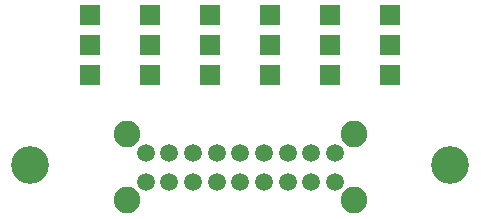
<source format=gbr>
%TF.GenerationSoftware,KiCad,Pcbnew,(6.0.0)*%
%TF.CreationDate,2022-01-24T18:04:17-05:00*%
%TF.ProjectId,3do switch,33646f20-7377-4697-9463-682e6b696361,rev?*%
%TF.SameCoordinates,Original*%
%TF.FileFunction,Soldermask,Top*%
%TF.FilePolarity,Negative*%
%FSLAX46Y46*%
G04 Gerber Fmt 4.6, Leading zero omitted, Abs format (unit mm)*
G04 Created by KiCad (PCBNEW (6.0.0)) date 2022-01-24 18:04:17*
%MOMM*%
%LPD*%
G01*
G04 APERTURE LIST*
%ADD10R,1.700000X1.700000*%
%ADD11C,3.200000*%
%ADD12C,1.500000*%
%ADD13C,2.250000*%
G04 APERTURE END LIST*
D10*
%TO.C,J7*%
X152400000Y-91440000D03*
%TD*%
%TO.C,J2*%
X137160000Y-88900000D03*
%TD*%
%TO.C,J18*%
X157480000Y-86360000D03*
%TD*%
%TO.C,J8*%
X152400000Y-88900000D03*
%TD*%
%TO.C,J10*%
X142240000Y-91440000D03*
%TD*%
%TO.C,J6*%
X147320000Y-86360000D03*
%TD*%
D11*
%TO.C,REF\u002A\u002A*%
X167640000Y-99060000D03*
%TD*%
D10*
%TO.C,J3*%
X137160000Y-86360000D03*
%TD*%
%TO.C,J9*%
X152400000Y-86360000D03*
%TD*%
%TO.C,J15*%
X162560000Y-86360000D03*
%TD*%
%TO.C,J16*%
X157480000Y-91440000D03*
%TD*%
%TO.C,J17*%
X157480000Y-88900000D03*
%TD*%
%TO.C,J5*%
X147320000Y-88900000D03*
%TD*%
%TO.C,J1*%
X137160000Y-91440000D03*
%TD*%
%TO.C,J14*%
X162560000Y-88900000D03*
%TD*%
D12*
%TO.C,S1*%
X141860000Y-98030000D03*
X143860000Y-98030000D03*
X145860000Y-98030000D03*
X147860000Y-98030000D03*
X149860000Y-98030000D03*
X151860000Y-98030000D03*
X153860000Y-98030000D03*
X155860000Y-98030000D03*
X157860000Y-98030000D03*
X141860000Y-100530000D03*
X143860000Y-100530000D03*
X145860000Y-100530000D03*
X147860000Y-100530000D03*
X149860000Y-100530000D03*
X151860000Y-100530000D03*
X153860000Y-100530000D03*
X155860000Y-100530000D03*
X157860000Y-100530000D03*
D13*
X140260000Y-96480000D03*
X159460000Y-96480000D03*
X140260000Y-102080000D03*
X159460000Y-102080000D03*
%TD*%
D10*
%TO.C,J13*%
X162560000Y-91440000D03*
%TD*%
%TO.C,J12*%
X142240000Y-86360000D03*
%TD*%
%TO.C,J4*%
X147320000Y-91440000D03*
%TD*%
%TO.C,J11*%
X142240000Y-88900000D03*
%TD*%
D11*
%TO.C,REF\u002A\u002A*%
X132080000Y-99060000D03*
%TD*%
M02*

</source>
